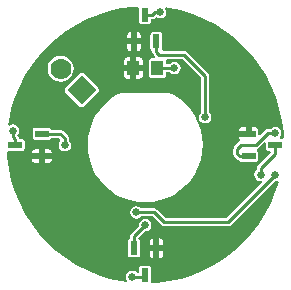
<source format=gtl>
G04 Layer_Physical_Order=1*
G04 Layer_Color=255*
%FSLAX25Y25*%
%MOIN*%
G70*
G01*
G75*
%ADD10R,0.04528X0.02362*%
%ADD11R,0.02362X0.04528*%
%ADD12R,0.04000X0.05000*%
%ADD13C,0.01000*%
%ADD14C,0.07000*%
%ADD15P,0.09899X4X90.0*%
%ADD16C,0.02500*%
G36*
X-1987Y45620D02*
X-1997Y45571D01*
Y41043D01*
X-1935Y40731D01*
X-1758Y40466D01*
X-1493Y40290D01*
X-1181Y40228D01*
X1181D01*
X1493Y40290D01*
X1758Y40466D01*
X1935Y40731D01*
X1997Y41043D01*
Y41982D01*
X2307D01*
X2814Y42083D01*
X3244Y42370D01*
X3567Y42692D01*
X4200Y42269D01*
X5000Y42110D01*
X5800Y42269D01*
X6478Y42722D01*
X6931Y43400D01*
X7090Y44200D01*
X6931Y45000D01*
X6714Y45324D01*
X7004Y45790D01*
X8046Y45653D01*
X11993Y44778D01*
X15849Y43563D01*
X19583Y42016D01*
X23169Y40149D01*
X26579Y37977D01*
X29786Y35516D01*
X32766Y32785D01*
X35497Y29805D01*
X37958Y26597D01*
X40130Y23188D01*
X41997Y19602D01*
X43544Y15868D01*
X44759Y12012D01*
X45634Y8065D01*
X46162Y4058D01*
X46239Y2298D01*
X46125Y2183D01*
X45753Y1961D01*
X45571Y1997D01*
X44993D01*
X44854Y2306D01*
X44810Y2497D01*
X45238Y3137D01*
X45397Y3937D01*
X45238Y4737D01*
X44785Y5415D01*
X44107Y5868D01*
X43307Y6027D01*
X42507Y5868D01*
X41829Y5415D01*
X41727Y5263D01*
X40837D01*
X40330Y5162D01*
X39900Y4874D01*
X38194Y3169D01*
X37732Y3360D01*
Y4921D01*
X37655Y5311D01*
X37434Y5642D01*
X37103Y5863D01*
X36713Y5941D01*
X35449D01*
Y3740D01*
X34449D01*
Y2740D01*
X31165D01*
Y2559D01*
X31243Y2169D01*
X31464Y1838D01*
X31706Y1677D01*
X31700Y1310D01*
X31653Y1156D01*
X31493Y1125D01*
X31063Y837D01*
X29763Y-463D01*
X29475Y-893D01*
X29375Y-1400D01*
Y-3000D01*
X29475Y-3507D01*
X29763Y-3937D01*
X30503Y-4677D01*
X30933Y-4965D01*
X31396Y-5057D01*
X31431Y-5233D01*
X31608Y-5498D01*
X31873Y-5675D01*
X32185Y-5737D01*
X36713D01*
X37025Y-5675D01*
X37289Y-5498D01*
X37466Y-5233D01*
X37528Y-4921D01*
Y-2559D01*
X37466Y-2247D01*
X37289Y-1982D01*
X37123Y-1871D01*
X37137Y-1467D01*
X37176Y-1351D01*
X37307Y-1325D01*
X37737Y-1037D01*
X39728Y953D01*
X40228Y746D01*
Y-1181D01*
X40290Y-1493D01*
X40466Y-1758D01*
X40731Y-1935D01*
X41043Y-1997D01*
X41622D01*
X41829Y-2497D01*
X37563Y-6763D01*
X37275Y-7193D01*
X37174Y-7700D01*
Y-8420D01*
X37022Y-8522D01*
X36569Y-9200D01*
X36410Y-10000D01*
X36569Y-10800D01*
X37022Y-11478D01*
X37700Y-11931D01*
X38500Y-12090D01*
X38785Y-12033D01*
X39031Y-12494D01*
X27151Y-24374D01*
X6849D01*
X4037Y-21563D01*
X3607Y-21275D01*
X3100Y-21174D01*
X-1320D01*
X-1422Y-21022D01*
X-2100Y-20569D01*
X-2900Y-20410D01*
X-3700Y-20569D01*
X-4378Y-21022D01*
X-4831Y-21700D01*
X-4990Y-22500D01*
X-4831Y-23300D01*
X-4378Y-23978D01*
X-3700Y-24431D01*
X-2900Y-24590D01*
X-2100Y-24431D01*
X-1422Y-23978D01*
X-1320Y-23825D01*
X2551D01*
X5363Y-26637D01*
X5793Y-26925D01*
X6300Y-27025D01*
X27700D01*
X28207Y-26925D01*
X28637Y-26637D01*
X43220Y-12054D01*
X43400Y-12090D01*
X44090Y-11953D01*
X44375Y-12172D01*
X44494Y-12336D01*
X43403Y-15797D01*
X41861Y-19520D01*
X40000Y-23094D01*
X37835Y-26492D01*
X35382Y-29689D01*
X32660Y-32660D01*
X29689Y-35382D01*
X26492Y-37835D01*
X23094Y-40000D01*
X19520Y-41861D01*
X15797Y-43403D01*
X11954Y-44614D01*
X8021Y-45486D01*
X4025Y-46012D01*
X2355Y-46085D01*
X1991Y-45601D01*
X1997Y-45571D01*
Y-41043D01*
X1935Y-40731D01*
X1758Y-40466D01*
X1493Y-40290D01*
X1181Y-40228D01*
X-1181D01*
X-1493Y-40290D01*
X-1758Y-40466D01*
X-1935Y-40731D01*
X-1997Y-41043D01*
Y-42674D01*
X-2720D01*
X-2822Y-42522D01*
X-3500Y-42069D01*
X-4300Y-41910D01*
X-5100Y-42069D01*
X-5778Y-42522D01*
X-6231Y-43200D01*
X-6390Y-44000D01*
X-6231Y-44800D01*
X-5925Y-45258D01*
X-6215Y-45724D01*
X-8021Y-45486D01*
X-11954Y-44614D01*
X-15797Y-43403D01*
X-19520Y-41861D01*
X-23094Y-40000D01*
X-26492Y-37835D01*
X-29689Y-35382D01*
X-32660Y-32660D01*
X-35382Y-29689D01*
X-37835Y-26492D01*
X-40000Y-23094D01*
X-41861Y-19520D01*
X-43403Y-15797D01*
X-44614Y-11954D01*
X-45486Y-8021D01*
X-46012Y-4025D01*
X-46085Y-2355D01*
X-45601Y-1991D01*
X-45571Y-1997D01*
X-41043D01*
X-40731Y-1935D01*
X-40466Y-1758D01*
X-40290Y-1493D01*
X-40228Y-1181D01*
Y1181D01*
X-40290Y1493D01*
X-40466Y1758D01*
X-40731Y1935D01*
X-41043Y1997D01*
X-42000D01*
X-42083Y2414D01*
X-42370Y2844D01*
X-42633Y3108D01*
X-42622Y3222D01*
X-42169Y3900D01*
X-42010Y4700D01*
X-42169Y5500D01*
X-42622Y6178D01*
X-43300Y6631D01*
X-44100Y6790D01*
X-44900Y6631D01*
X-45193Y6435D01*
X-45659Y6725D01*
X-45486Y8039D01*
X-44614Y11973D01*
X-43403Y15816D01*
X-41861Y19539D01*
X-40000Y23113D01*
X-37835Y26511D01*
X-35382Y29708D01*
X-32660Y32679D01*
X-29689Y35401D01*
X-26492Y37854D01*
X-23094Y40019D01*
X-19520Y41879D01*
X-15797Y43422D01*
X-11954Y44633D01*
X-8021Y45505D01*
X-4026Y46031D01*
X-2342Y46105D01*
X-1987Y45620D01*
D02*
G37*
%LPC*%
G36*
X-35449Y-1539D02*
X-36713D01*
X-37103Y-1617D01*
X-37434Y-1838D01*
X-37655Y-2169D01*
X-37732Y-2559D01*
Y-2740D01*
X-35449D01*
Y-1539D01*
D02*
G37*
G36*
X-31165Y-4740D02*
X-33449D01*
Y-5941D01*
X-32185D01*
X-31795Y-5863D01*
X-31464Y-5642D01*
X-31243Y-5311D01*
X-31165Y-4921D01*
Y-4740D01*
D02*
G37*
G36*
X-32185Y-1539D02*
X-33449D01*
Y-2740D01*
X-31165D01*
Y-2559D01*
X-31243Y-2169D01*
X-31464Y-1838D01*
X-31795Y-1617D01*
X-32185Y-1539D01*
D02*
G37*
G36*
X33449Y5941D02*
X32185D01*
X31795Y5863D01*
X31464Y5642D01*
X31243Y5311D01*
X31165Y4921D01*
Y4740D01*
X33449D01*
Y5941D01*
D02*
G37*
G36*
X-32185Y5737D02*
X-36713D01*
X-37025Y5675D01*
X-37289Y5498D01*
X-37466Y5233D01*
X-37528Y4921D01*
Y2559D01*
X-37466Y2247D01*
X-37289Y1982D01*
X-37025Y1805D01*
X-36713Y1743D01*
X-32185D01*
X-31873Y1805D01*
X-31608Y1982D01*
X-31431Y2247D01*
X-31398Y2415D01*
X-28789D01*
X-28292Y1918D01*
X-28278Y1378D01*
X-28731Y700D01*
X-28890Y-100D01*
X-28731Y-900D01*
X-28278Y-1578D01*
X-27600Y-2031D01*
X-26800Y-2190D01*
X-26000Y-2031D01*
X-25322Y-1578D01*
X-24869Y-900D01*
X-24710Y-100D01*
X-24869Y700D01*
X-25322Y1378D01*
X-25475Y1480D01*
Y2300D01*
X-25575Y2807D01*
X-25863Y3237D01*
X-27303Y4677D01*
X-27733Y4965D01*
X-28240Y5066D01*
X-31398D01*
X-31431Y5233D01*
X-31608Y5498D01*
X-31873Y5675D01*
X-32185Y5737D01*
D02*
G37*
G36*
X2740Y-31165D02*
X2559D01*
X2169Y-31243D01*
X1838Y-31464D01*
X1617Y-31795D01*
X1539Y-32185D01*
Y-33449D01*
X2740D01*
Y-31165D01*
D02*
G37*
G36*
X5941Y-35449D02*
X4740D01*
Y-37732D01*
X4921D01*
X5311Y-37655D01*
X5642Y-37434D01*
X5863Y-37103D01*
X5941Y-36713D01*
Y-35449D01*
D02*
G37*
G36*
X2740D02*
X1539D01*
Y-36713D01*
X1617Y-37103D01*
X1838Y-37434D01*
X2169Y-37655D01*
X2559Y-37732D01*
X2740D01*
Y-35449D01*
D02*
G37*
G36*
X-35449Y-4740D02*
X-37732D01*
Y-4921D01*
X-37655Y-5311D01*
X-37434Y-5642D01*
X-37103Y-5863D01*
X-36713Y-5941D01*
X-35449D01*
Y-4740D01*
D02*
G37*
G36*
X0Y-24710D02*
X-800Y-24869D01*
X-1478Y-25322D01*
X-1931Y-26000D01*
X-2090Y-26800D01*
X-2054Y-26980D01*
X-4677Y-29603D01*
X-4965Y-30033D01*
X-5066Y-30540D01*
Y-31398D01*
X-5233Y-31431D01*
X-5498Y-31608D01*
X-5675Y-31873D01*
X-5737Y-32185D01*
Y-36713D01*
X-5675Y-37025D01*
X-5498Y-37289D01*
X-5233Y-37466D01*
X-4921Y-37528D01*
X-2559D01*
X-2247Y-37466D01*
X-1982Y-37289D01*
X-1805Y-37025D01*
X-1743Y-36713D01*
Y-32185D01*
X-1805Y-31873D01*
X-1982Y-31608D01*
X-2165Y-31486D01*
X-2247Y-31105D01*
X-2247Y-30922D01*
X-180Y-28854D01*
X0Y-28890D01*
X800Y-28731D01*
X1478Y-28278D01*
X1931Y-27600D01*
X2090Y-26800D01*
X1931Y-26000D01*
X1478Y-25322D01*
X800Y-24869D01*
X0Y-24710D01*
D02*
G37*
G36*
X4921Y-31165D02*
X4740D01*
Y-33449D01*
X5941D01*
Y-32185D01*
X5863Y-31795D01*
X5642Y-31464D01*
X5311Y-31243D01*
X4921Y-31165D01*
D02*
G37*
G36*
X-4740Y33449D02*
X-5941D01*
Y32185D01*
X-5863Y31795D01*
X-5642Y31464D01*
X-5311Y31243D01*
X-4921Y31165D01*
X-4740D01*
Y33449D01*
D02*
G37*
G36*
X-1900Y29120D02*
X-2900D01*
Y26600D01*
X-880D01*
Y28100D01*
X-958Y28490D01*
X-1179Y28821D01*
X-1510Y29042D01*
X-1900Y29120D01*
D02*
G37*
G36*
X-4900D02*
X-5900D01*
X-6290Y29042D01*
X-6621Y28821D01*
X-6842Y28490D01*
X-6920Y28100D01*
Y26600D01*
X-4900D01*
Y29120D01*
D02*
G37*
G36*
X-2559Y37732D02*
X-2740D01*
Y35449D01*
X-1539D01*
Y36713D01*
X-1617Y37103D01*
X-1838Y37434D01*
X-2169Y37655D01*
X-2559Y37732D01*
D02*
G37*
G36*
X-4740D02*
X-4921D01*
X-5311Y37655D01*
X-5642Y37434D01*
X-5863Y37103D01*
X-5941Y36713D01*
Y35449D01*
X-4740D01*
Y37732D01*
D02*
G37*
G36*
X-1539Y33449D02*
X-2740D01*
Y31165D01*
X-2559D01*
X-2169Y31243D01*
X-1838Y31464D01*
X-1617Y31795D01*
X-1539Y32185D01*
Y33449D01*
D02*
G37*
G36*
X8179Y17175D02*
X8096Y17158D01*
X-8116Y17157D01*
X-8186Y17171D01*
X-8575Y17094D01*
X-8640Y17050D01*
X-9085Y16824D01*
X-9574Y16583D01*
X-11657Y15191D01*
X-13540Y13540D01*
X-15191Y11657D01*
X-16583Y9574D01*
X-17691Y7328D01*
X-18496Y4956D01*
X-18984Y2499D01*
X-19148Y0D01*
X-18984Y-2499D01*
X-18496Y-4956D01*
X-17691Y-7328D01*
X-16583Y-9574D01*
X-15191Y-11657D01*
X-13540Y-13540D01*
X-11657Y-15191D01*
X-9574Y-16583D01*
X-7328Y-17691D01*
X-4956Y-18496D01*
X-2499Y-18984D01*
X0Y-19148D01*
X2499Y-18984D01*
X4956Y-18496D01*
X7328Y-17691D01*
X9574Y-16583D01*
X11657Y-15191D01*
X13540Y-13540D01*
X15191Y-11657D01*
X16583Y-9574D01*
X17691Y-7328D01*
X18496Y-4956D01*
X18984Y-2499D01*
X19148Y0D01*
X18984Y2499D01*
X18496Y4956D01*
X17691Y7328D01*
X16583Y9574D01*
X15191Y11657D01*
X13540Y13540D01*
X11657Y15191D01*
X9574Y16583D01*
X9078Y16827D01*
X8632Y17054D01*
X8568Y17097D01*
X8179Y17175D01*
D02*
G37*
G36*
X-21100Y24065D02*
X-21412Y24003D01*
X-21677Y23826D01*
X-26627Y18877D01*
X-26627Y18877D01*
X-26803Y18612D01*
X-26865Y18300D01*
X-26803Y17988D01*
X-26627Y17723D01*
X-21677Y12774D01*
X-21677Y12774D01*
X-21412Y12597D01*
X-21100Y12535D01*
X-20788Y12597D01*
X-20523Y12774D01*
X-15574Y17723D01*
X-15574Y17723D01*
X-15397Y17988D01*
X-15335Y18300D01*
X-15397Y18612D01*
X-15574Y18877D01*
X-20523Y23826D01*
X-20523Y23826D01*
X-20788Y24003D01*
X-21100Y24065D01*
D02*
G37*
G36*
X4921Y37528D02*
X2559D01*
X2247Y37466D01*
X1982Y37289D01*
X1805Y37025D01*
X1743Y36713D01*
Y32185D01*
X1805Y31873D01*
X1982Y31608D01*
X2247Y31431D01*
X2415Y31398D01*
Y30960D01*
X2516Y30453D01*
X2803Y30023D01*
X3410Y29416D01*
X3203Y28916D01*
X2100D01*
X1788Y28854D01*
X1523Y28677D01*
X1346Y28412D01*
X1284Y28100D01*
Y23100D01*
X1346Y22788D01*
X1523Y22523D01*
X1788Y22346D01*
X2100Y22284D01*
X6100D01*
X6412Y22346D01*
X6677Y22523D01*
X6854Y22788D01*
X6916Y23100D01*
Y24274D01*
X8120D01*
X8222Y24122D01*
X8900Y23669D01*
X9700Y23510D01*
X10500Y23669D01*
X11178Y24122D01*
X11631Y24800D01*
X11790Y25600D01*
X11631Y26400D01*
X11178Y27078D01*
X10500Y27531D01*
X9700Y27690D01*
X8900Y27531D01*
X8222Y27078D01*
X8120Y26926D01*
X6916D01*
Y28100D01*
X6897Y28193D01*
X7185Y28638D01*
X7267Y28693D01*
X12432D01*
X18675Y22451D01*
Y10780D01*
X18522Y10678D01*
X18069Y10000D01*
X17910Y9200D01*
X18069Y8400D01*
X18522Y7722D01*
X19200Y7269D01*
X20000Y7110D01*
X20800Y7269D01*
X21478Y7722D01*
X21931Y8400D01*
X22090Y9200D01*
X21931Y10000D01*
X21478Y10678D01*
X21326Y10780D01*
Y23000D01*
X21225Y23507D01*
X20937Y23937D01*
X13918Y30956D01*
X13488Y31244D01*
X12981Y31344D01*
X5923D01*
X5656Y31844D01*
X5675Y31873D01*
X5737Y32185D01*
Y36713D01*
X5675Y37025D01*
X5498Y37289D01*
X5233Y37466D01*
X4921Y37528D01*
D02*
G37*
G36*
X-880Y24600D02*
X-2900D01*
Y22080D01*
X-1900D01*
X-1510Y22158D01*
X-1179Y22379D01*
X-958Y22710D01*
X-880Y23100D01*
Y24600D01*
D02*
G37*
G36*
X-4900D02*
X-6920D01*
Y23100D01*
X-6842Y22710D01*
X-6621Y22379D01*
X-6290Y22158D01*
X-5900Y22080D01*
X-4900D01*
Y24600D01*
D02*
G37*
G36*
X-28171Y29708D02*
X-29294Y29560D01*
X-30340Y29127D01*
X-31238Y28438D01*
X-31927Y27540D01*
X-32360Y26494D01*
X-32508Y25371D01*
X-32360Y24249D01*
X-31927Y23202D01*
X-31238Y22304D01*
X-30340Y21615D01*
X-29294Y21182D01*
X-28171Y21034D01*
X-27049Y21182D01*
X-26002Y21615D01*
X-25104Y22304D01*
X-24415Y23202D01*
X-23982Y24249D01*
X-23834Y25371D01*
X-23982Y26494D01*
X-24415Y27540D01*
X-25104Y28438D01*
X-26002Y29127D01*
X-27049Y29560D01*
X-28171Y29708D01*
D02*
G37*
%LPD*%
D10*
X-34449Y-3740D02*
D03*
Y3740D02*
D03*
X-43307Y0D02*
D03*
X34449Y3740D02*
D03*
Y-3740D02*
D03*
X43307Y0D02*
D03*
D11*
X3740Y-34449D02*
D03*
X-3740D02*
D03*
X0Y-43307D02*
D03*
X-3740Y34449D02*
D03*
X3740D02*
D03*
X0Y43307D02*
D03*
D12*
X4100Y25600D02*
D03*
X-3900D02*
D03*
D13*
X43307Y-2893D02*
Y0D01*
X38500Y-7700D02*
X43307Y-2893D01*
X38500Y-10000D02*
Y-7700D01*
X31440Y-3740D02*
X34449D01*
X30700Y-3000D02*
X31440Y-3740D01*
X30700Y-3000D02*
Y-1400D01*
X32000Y-100D01*
X36800D01*
X40837Y3937D01*
X43307D01*
X-3740Y-34449D02*
Y-30540D01*
X0Y-26800D01*
X-693Y-44000D02*
X0Y-43307D01*
X-4300Y-44000D02*
X-693D01*
X-34449Y3740D02*
X-28240D01*
X-26800Y2300D01*
Y-100D02*
Y2300D01*
X-43307Y0D02*
Y1907D01*
X-44100Y2700D02*
X-43307Y1907D01*
X-44100Y2700D02*
Y4700D01*
X3200Y44200D02*
X5000D01*
X0Y43307D02*
X2307D01*
X3200Y44200D01*
X3740Y30960D02*
Y34449D01*
Y30960D02*
X4681Y30019D01*
X12981D01*
X20000Y23000D01*
X4100Y25600D02*
X9700D01*
X-34449Y3740D02*
X-34309Y3600D01*
X27700Y-25700D02*
X43400Y-10000D01*
X20000Y9200D02*
Y23000D01*
X6300Y-25700D02*
X27700D01*
X3100Y-22500D02*
X6300Y-25700D01*
X-2900Y-22500D02*
X3100D01*
D14*
X-28171Y25371D02*
D03*
D15*
X-21100Y18300D02*
D03*
D16*
X38500Y-10000D02*
D03*
X43307Y3937D02*
D03*
X-4300Y-44000D02*
D03*
X-44100Y4700D02*
D03*
X5000Y44200D02*
D03*
X-26800Y-100D02*
D03*
X43200Y9400D02*
D03*
X9700Y25600D02*
D03*
X20000Y9200D02*
D03*
X43400Y-10000D02*
D03*
X0Y-26800D02*
D03*
X-2900Y-22500D02*
D03*
M02*

</source>
